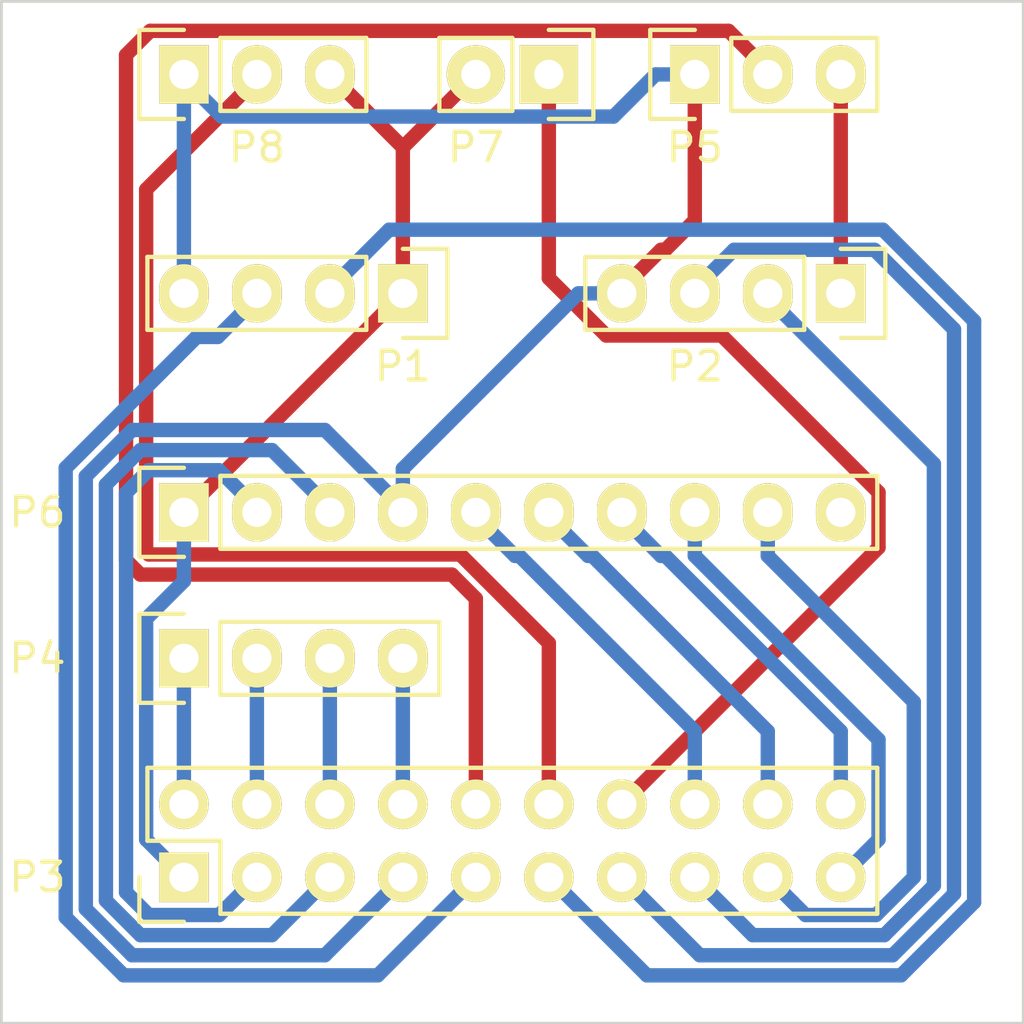
<source format=kicad_pcb>
(kicad_pcb (version 4) (host pcbnew "(2015-08-05 BZR 6055, Git fa29c62)-product")

  (general
    (links 29)
    (no_connects 1)
    (area 157.429999 105.359999 193.374524 141.020001)
    (thickness 1.6)
    (drawings 4)
    (tracks 136)
    (zones 0)
    (modules 8)
    (nets 22)
  )

  (page A4)
  (layers
    (0 F.Cu signal)
    (31 B.Cu signal)
    (32 B.Adhes user)
    (33 F.Adhes user)
    (34 B.Paste user)
    (35 F.Paste user)
    (36 B.SilkS user)
    (37 F.SilkS user)
    (38 B.Mask user)
    (39 F.Mask user)
    (40 Dwgs.User user)
    (41 Cmts.User user)
    (42 Eco1.User user)
    (43 Eco2.User user)
    (44 Edge.Cuts user)
    (45 Margin user)
    (46 B.CrtYd user)
    (47 F.CrtYd user)
    (48 B.Fab user)
    (49 F.Fab user)
  )

  (setup
    (last_trace_width 0.5)
    (trace_clearance 0.2)
    (zone_clearance 0.508)
    (zone_45_only no)
    (trace_min 0.2)
    (segment_width 0.2)
    (edge_width 0.1)
    (via_size 0.6)
    (via_drill 0.4)
    (via_min_size 0.4)
    (via_min_drill 0.3)
    (uvia_size 0.3)
    (uvia_drill 0.1)
    (uvias_allowed no)
    (uvia_min_size 0.2)
    (uvia_min_drill 0.1)
    (pcb_text_width 0.3)
    (pcb_text_size 1.5 1.5)
    (mod_edge_width 0.15)
    (mod_text_size 1 1)
    (mod_text_width 0.15)
    (pad_size 1.5 1.5)
    (pad_drill 0.6)
    (pad_to_mask_clearance 0)
    (aux_axis_origin 0 0)
    (visible_elements 7FFFFFFF)
    (pcbplotparams
      (layerselection 0x000c0_00000000)
      (usegerberextensions false)
      (excludeedgelayer true)
      (linewidth 0.100000)
      (plotframeref false)
      (viasonmask false)
      (mode 1)
      (useauxorigin false)
      (hpglpennumber 1)
      (hpglpenspeed 20)
      (hpglpendiameter 15)
      (hpglpenoverlay 2)
      (psnegative false)
      (psa4output false)
      (plotreference true)
      (plotvalue true)
      (plotinvisibletext false)
      (padsonsilk false)
      (subtractmaskfromsilk false)
      (outputformat 1)
      (mirror false)
      (drillshape 0)
      (scaleselection 1)
      (outputdirectory Gerber))
  )

  (net 0 "")
  (net 1 GND)
  (net 2 "Net-(P1-Pad2)")
  (net 3 "Net-(P1-Pad3)")
  (net 4 +5V)
  (net 5 "Net-(P2-Pad2)")
  (net 6 "Net-(P2-Pad3)")
  (net 7 "Net-(P3-Pad2)")
  (net 8 VCC)
  (net 9 "Net-(P3-Pad4)")
  (net 10 "Net-(P3-Pad6)")
  (net 11 +3V3)
  (net 12 "Net-(P3-Pad8)")
  (net 13 "Net-(P3-Pad10)")
  (net 14 "Net-(P3-Pad12)")
  (net 15 "Net-(P3-Pad14)")
  (net 16 "Net-(P3-Pad16)")
  (net 17 "Net-(P3-Pad17)")
  (net 18 "Net-(P3-Pad18)")
  (net 19 "Net-(P3-Pad19)")
  (net 20 "Net-(P3-Pad20)")
  (net 21 "Net-(P6-Pad10)")

  (net_class Default "Dies ist die voreingestellte Netzklasse."
    (clearance 0.2)
    (trace_width 0.5)
    (via_dia 0.6)
    (via_drill 0.4)
    (uvia_dia 0.3)
    (uvia_drill 0.1)
    (add_net +3V3)
    (add_net +5V)
    (add_net GND)
    (add_net "Net-(P1-Pad2)")
    (add_net "Net-(P1-Pad3)")
    (add_net "Net-(P2-Pad2)")
    (add_net "Net-(P2-Pad3)")
    (add_net "Net-(P3-Pad10)")
    (add_net "Net-(P3-Pad12)")
    (add_net "Net-(P3-Pad14)")
    (add_net "Net-(P3-Pad16)")
    (add_net "Net-(P3-Pad17)")
    (add_net "Net-(P3-Pad18)")
    (add_net "Net-(P3-Pad19)")
    (add_net "Net-(P3-Pad2)")
    (add_net "Net-(P3-Pad20)")
    (add_net "Net-(P3-Pad4)")
    (add_net "Net-(P3-Pad6)")
    (add_net "Net-(P3-Pad8)")
    (add_net "Net-(P6-Pad10)")
    (add_net VCC)
  )

  (module Pin_Headers:Pin_Header_Straight_1x04 (layer F.Cu) (tedit 0) (tstamp 55CF77BF)
    (at 171.45 115.57 270)
    (descr "Through hole pin header")
    (tags "pin header")
    (path /55CF74B8)
    (fp_text reference P1 (at 2.54 0 360) (layer F.SilkS)
      (effects (font (size 1 1) (thickness 0.15)))
    )
    (fp_text value US_FRONT (at 0 -3.1 270) (layer F.Fab)
      (effects (font (size 1 1) (thickness 0.15)))
    )
    (fp_line (start -1.75 -1.75) (end -1.75 9.4) (layer F.CrtYd) (width 0.05))
    (fp_line (start 1.75 -1.75) (end 1.75 9.4) (layer F.CrtYd) (width 0.05))
    (fp_line (start -1.75 -1.75) (end 1.75 -1.75) (layer F.CrtYd) (width 0.05))
    (fp_line (start -1.75 9.4) (end 1.75 9.4) (layer F.CrtYd) (width 0.05))
    (fp_line (start -1.27 1.27) (end -1.27 8.89) (layer F.SilkS) (width 0.15))
    (fp_line (start 1.27 1.27) (end 1.27 8.89) (layer F.SilkS) (width 0.15))
    (fp_line (start 1.55 -1.55) (end 1.55 0) (layer F.SilkS) (width 0.15))
    (fp_line (start -1.27 8.89) (end 1.27 8.89) (layer F.SilkS) (width 0.15))
    (fp_line (start 1.27 1.27) (end -1.27 1.27) (layer F.SilkS) (width 0.15))
    (fp_line (start -1.55 0) (end -1.55 -1.55) (layer F.SilkS) (width 0.15))
    (fp_line (start -1.55 -1.55) (end 1.55 -1.55) (layer F.SilkS) (width 0.15))
    (pad 1 thru_hole rect (at 0 0 270) (size 2.032 1.7272) (drill 1.016) (layers *.Cu *.Mask F.SilkS)
      (net 1 GND))
    (pad 2 thru_hole oval (at 0 2.54 270) (size 2.032 1.7272) (drill 1.016) (layers *.Cu *.Mask F.SilkS)
      (net 2 "Net-(P1-Pad2)"))
    (pad 3 thru_hole oval (at 0 5.08 270) (size 2.032 1.7272) (drill 1.016) (layers *.Cu *.Mask F.SilkS)
      (net 3 "Net-(P1-Pad3)"))
    (pad 4 thru_hole oval (at 0 7.62 270) (size 2.032 1.7272) (drill 1.016) (layers *.Cu *.Mask F.SilkS)
      (net 4 +5V))
    (model Pin_Headers.3dshapes/Pin_Header_Straight_1x04.wrl
      (at (xyz 0 -0.15 0))
      (scale (xyz 1 1 1))
      (rotate (xyz 0 0 90))
    )
  )

  (module Pin_Headers:Pin_Header_Straight_1x04 (layer F.Cu) (tedit 0) (tstamp 55CF77C7)
    (at 186.69 115.57 270)
    (descr "Through hole pin header")
    (tags "pin header")
    (path /55CF7527)
    (fp_text reference P2 (at 2.54 5.08 360) (layer F.SilkS)
      (effects (font (size 1 1) (thickness 0.15)))
    )
    (fp_text value US_BACK (at 0 -3.1 270) (layer F.Fab)
      (effects (font (size 1 1) (thickness 0.15)))
    )
    (fp_line (start -1.75 -1.75) (end -1.75 9.4) (layer F.CrtYd) (width 0.05))
    (fp_line (start 1.75 -1.75) (end 1.75 9.4) (layer F.CrtYd) (width 0.05))
    (fp_line (start -1.75 -1.75) (end 1.75 -1.75) (layer F.CrtYd) (width 0.05))
    (fp_line (start -1.75 9.4) (end 1.75 9.4) (layer F.CrtYd) (width 0.05))
    (fp_line (start -1.27 1.27) (end -1.27 8.89) (layer F.SilkS) (width 0.15))
    (fp_line (start 1.27 1.27) (end 1.27 8.89) (layer F.SilkS) (width 0.15))
    (fp_line (start 1.55 -1.55) (end 1.55 0) (layer F.SilkS) (width 0.15))
    (fp_line (start -1.27 8.89) (end 1.27 8.89) (layer F.SilkS) (width 0.15))
    (fp_line (start 1.27 1.27) (end -1.27 1.27) (layer F.SilkS) (width 0.15))
    (fp_line (start -1.55 0) (end -1.55 -1.55) (layer F.SilkS) (width 0.15))
    (fp_line (start -1.55 -1.55) (end 1.55 -1.55) (layer F.SilkS) (width 0.15))
    (pad 1 thru_hole rect (at 0 0 270) (size 2.032 1.7272) (drill 1.016) (layers *.Cu *.Mask F.SilkS)
      (net 1 GND))
    (pad 2 thru_hole oval (at 0 2.54 270) (size 2.032 1.7272) (drill 1.016) (layers *.Cu *.Mask F.SilkS)
      (net 5 "Net-(P2-Pad2)"))
    (pad 3 thru_hole oval (at 0 5.08 270) (size 2.032 1.7272) (drill 1.016) (layers *.Cu *.Mask F.SilkS)
      (net 6 "Net-(P2-Pad3)"))
    (pad 4 thru_hole oval (at 0 7.62 270) (size 2.032 1.7272) (drill 1.016) (layers *.Cu *.Mask F.SilkS)
      (net 4 +5V))
    (model Pin_Headers.3dshapes/Pin_Header_Straight_1x04.wrl
      (at (xyz 0 -0.15 0))
      (scale (xyz 1 1 1))
      (rotate (xyz 0 0 90))
    )
  )

  (module Pin_Headers:Pin_Header_Straight_2x10 (layer F.Cu) (tedit 0) (tstamp 55CF77DF)
    (at 163.83 135.89 90)
    (descr "Through hole pin header")
    (tags "pin header")
    (path /55CF73AE)
    (fp_text reference P3 (at 0 -5.1 180) (layer F.SilkS)
      (effects (font (size 1 1) (thickness 0.15)))
    )
    (fp_text value CONN (at 0 -3.1 90) (layer F.Fab)
      (effects (font (size 1 1) (thickness 0.15)))
    )
    (fp_line (start -1.75 -1.75) (end -1.75 24.65) (layer F.CrtYd) (width 0.05))
    (fp_line (start 4.3 -1.75) (end 4.3 24.65) (layer F.CrtYd) (width 0.05))
    (fp_line (start -1.75 -1.75) (end 4.3 -1.75) (layer F.CrtYd) (width 0.05))
    (fp_line (start -1.75 24.65) (end 4.3 24.65) (layer F.CrtYd) (width 0.05))
    (fp_line (start 3.81 24.13) (end 3.81 -1.27) (layer F.SilkS) (width 0.15))
    (fp_line (start -1.27 1.27) (end -1.27 24.13) (layer F.SilkS) (width 0.15))
    (fp_line (start 3.81 24.13) (end -1.27 24.13) (layer F.SilkS) (width 0.15))
    (fp_line (start 3.81 -1.27) (end 1.27 -1.27) (layer F.SilkS) (width 0.15))
    (fp_line (start 0 -1.55) (end -1.55 -1.55) (layer F.SilkS) (width 0.15))
    (fp_line (start 1.27 -1.27) (end 1.27 1.27) (layer F.SilkS) (width 0.15))
    (fp_line (start 1.27 1.27) (end -1.27 1.27) (layer F.SilkS) (width 0.15))
    (fp_line (start -1.55 -1.55) (end -1.55 0) (layer F.SilkS) (width 0.15))
    (pad 1 thru_hole rect (at 0 0 90) (size 1.7272 1.7272) (drill 1.016) (layers *.Cu *.Mask F.SilkS)
      (net 1 GND))
    (pad 2 thru_hole oval (at 2.54 0 90) (size 1.7272 1.7272) (drill 1.016) (layers *.Cu *.Mask F.SilkS)
      (net 7 "Net-(P3-Pad2)"))
    (pad 3 thru_hole oval (at 0 2.54 90) (size 1.7272 1.7272) (drill 1.016) (layers *.Cu *.Mask F.SilkS)
      (net 8 VCC))
    (pad 4 thru_hole oval (at 2.54 2.54 90) (size 1.7272 1.7272) (drill 1.016) (layers *.Cu *.Mask F.SilkS)
      (net 9 "Net-(P3-Pad4)"))
    (pad 5 thru_hole oval (at 0 5.08 90) (size 1.7272 1.7272) (drill 1.016) (layers *.Cu *.Mask F.SilkS)
      (net 11 +3V3))
    (pad 6 thru_hole oval (at 2.54 5.08 90) (size 1.7272 1.7272) (drill 1.016) (layers *.Cu *.Mask F.SilkS)
      (net 10 "Net-(P3-Pad6)"))
    (pad 7 thru_hole oval (at 0 7.62 90) (size 1.7272 1.7272) (drill 1.016) (layers *.Cu *.Mask F.SilkS)
      (net 4 +5V))
    (pad 8 thru_hole oval (at 2.54 7.62 90) (size 1.7272 1.7272) (drill 1.016) (layers *.Cu *.Mask F.SilkS)
      (net 12 "Net-(P3-Pad8)"))
    (pad 9 thru_hole oval (at 0 10.16 90) (size 1.7272 1.7272) (drill 1.016) (layers *.Cu *.Mask F.SilkS)
      (net 3 "Net-(P1-Pad3)"))
    (pad 10 thru_hole oval (at 2.54 10.16 90) (size 1.7272 1.7272) (drill 1.016) (layers *.Cu *.Mask F.SilkS)
      (net 13 "Net-(P3-Pad10)"))
    (pad 11 thru_hole oval (at 0 12.7 90) (size 1.7272 1.7272) (drill 1.016) (layers *.Cu *.Mask F.SilkS)
      (net 2 "Net-(P1-Pad2)"))
    (pad 12 thru_hole oval (at 2.54 12.7 90) (size 1.7272 1.7272) (drill 1.016) (layers *.Cu *.Mask F.SilkS)
      (net 14 "Net-(P3-Pad12)"))
    (pad 13 thru_hole oval (at 0 15.24 90) (size 1.7272 1.7272) (drill 1.016) (layers *.Cu *.Mask F.SilkS)
      (net 6 "Net-(P2-Pad3)"))
    (pad 14 thru_hole oval (at 2.54 15.24 90) (size 1.7272 1.7272) (drill 1.016) (layers *.Cu *.Mask F.SilkS)
      (net 15 "Net-(P3-Pad14)"))
    (pad 15 thru_hole oval (at 0 17.78 90) (size 1.7272 1.7272) (drill 1.016) (layers *.Cu *.Mask F.SilkS)
      (net 5 "Net-(P2-Pad2)"))
    (pad 16 thru_hole oval (at 2.54 17.78 90) (size 1.7272 1.7272) (drill 1.016) (layers *.Cu *.Mask F.SilkS)
      (net 16 "Net-(P3-Pad16)"))
    (pad 17 thru_hole oval (at 0 20.32 90) (size 1.7272 1.7272) (drill 1.016) (layers *.Cu *.Mask F.SilkS)
      (net 17 "Net-(P3-Pad17)"))
    (pad 18 thru_hole oval (at 2.54 20.32 90) (size 1.7272 1.7272) (drill 1.016) (layers *.Cu *.Mask F.SilkS)
      (net 18 "Net-(P3-Pad18)"))
    (pad 19 thru_hole oval (at 0 22.86 90) (size 1.7272 1.7272) (drill 1.016) (layers *.Cu *.Mask F.SilkS)
      (net 19 "Net-(P3-Pad19)"))
    (pad 20 thru_hole oval (at 2.54 22.86 90) (size 1.7272 1.7272) (drill 1.016) (layers *.Cu *.Mask F.SilkS)
      (net 20 "Net-(P3-Pad20)"))
    (model Pin_Headers.3dshapes/Pin_Header_Straight_2x10.wrl
      (at (xyz 0.05 -0.45 0))
      (scale (xyz 1 1 1))
      (rotate (xyz 0 0 90))
    )
  )

  (module Pin_Headers:Pin_Header_Straight_1x04 (layer F.Cu) (tedit 0) (tstamp 55CF77E7)
    (at 163.83 128.27 90)
    (descr "Through hole pin header")
    (tags "pin header")
    (path /55CF7457)
    (fp_text reference P4 (at 0 -5.1 180) (layer F.SilkS)
      (effects (font (size 1 1) (thickness 0.15)))
    )
    (fp_text value MOTORS (at -1.27 -3.1 90) (layer F.Fab)
      (effects (font (size 1 1) (thickness 0.15)))
    )
    (fp_line (start -1.75 -1.75) (end -1.75 9.4) (layer F.CrtYd) (width 0.05))
    (fp_line (start 1.75 -1.75) (end 1.75 9.4) (layer F.CrtYd) (width 0.05))
    (fp_line (start -1.75 -1.75) (end 1.75 -1.75) (layer F.CrtYd) (width 0.05))
    (fp_line (start -1.75 9.4) (end 1.75 9.4) (layer F.CrtYd) (width 0.05))
    (fp_line (start -1.27 1.27) (end -1.27 8.89) (layer F.SilkS) (width 0.15))
    (fp_line (start 1.27 1.27) (end 1.27 8.89) (layer F.SilkS) (width 0.15))
    (fp_line (start 1.55 -1.55) (end 1.55 0) (layer F.SilkS) (width 0.15))
    (fp_line (start -1.27 8.89) (end 1.27 8.89) (layer F.SilkS) (width 0.15))
    (fp_line (start 1.27 1.27) (end -1.27 1.27) (layer F.SilkS) (width 0.15))
    (fp_line (start -1.55 0) (end -1.55 -1.55) (layer F.SilkS) (width 0.15))
    (fp_line (start -1.55 -1.55) (end 1.55 -1.55) (layer F.SilkS) (width 0.15))
    (pad 1 thru_hole rect (at 0 0 90) (size 2.032 1.7272) (drill 1.016) (layers *.Cu *.Mask F.SilkS)
      (net 7 "Net-(P3-Pad2)"))
    (pad 2 thru_hole oval (at 0 2.54 90) (size 2.032 1.7272) (drill 1.016) (layers *.Cu *.Mask F.SilkS)
      (net 9 "Net-(P3-Pad4)"))
    (pad 3 thru_hole oval (at 0 5.08 90) (size 2.032 1.7272) (drill 1.016) (layers *.Cu *.Mask F.SilkS)
      (net 10 "Net-(P3-Pad6)"))
    (pad 4 thru_hole oval (at 0 7.62 90) (size 2.032 1.7272) (drill 1.016) (layers *.Cu *.Mask F.SilkS)
      (net 12 "Net-(P3-Pad8)"))
    (model Pin_Headers.3dshapes/Pin_Header_Straight_1x04.wrl
      (at (xyz 0 -0.15 0))
      (scale (xyz 1 1 1))
      (rotate (xyz 0 0 90))
    )
  )

  (module Pin_Headers:Pin_Header_Straight_1x03 (layer F.Cu) (tedit 0) (tstamp 55CF77EE)
    (at 181.61 107.95 90)
    (descr "Through hole pin header")
    (tags "pin header")
    (path /55CF759A)
    (fp_text reference P5 (at -2.54 0 180) (layer F.SilkS)
      (effects (font (size 1 1) (thickness 0.15)))
    )
    (fp_text value SERVO (at 0 -3.1 90) (layer F.Fab)
      (effects (font (size 1 1) (thickness 0.15)))
    )
    (fp_line (start -1.75 -1.75) (end -1.75 6.85) (layer F.CrtYd) (width 0.05))
    (fp_line (start 1.75 -1.75) (end 1.75 6.85) (layer F.CrtYd) (width 0.05))
    (fp_line (start -1.75 -1.75) (end 1.75 -1.75) (layer F.CrtYd) (width 0.05))
    (fp_line (start -1.75 6.85) (end 1.75 6.85) (layer F.CrtYd) (width 0.05))
    (fp_line (start -1.27 1.27) (end -1.27 6.35) (layer F.SilkS) (width 0.15))
    (fp_line (start -1.27 6.35) (end 1.27 6.35) (layer F.SilkS) (width 0.15))
    (fp_line (start 1.27 6.35) (end 1.27 1.27) (layer F.SilkS) (width 0.15))
    (fp_line (start 1.55 -1.55) (end 1.55 0) (layer F.SilkS) (width 0.15))
    (fp_line (start 1.27 1.27) (end -1.27 1.27) (layer F.SilkS) (width 0.15))
    (fp_line (start -1.55 0) (end -1.55 -1.55) (layer F.SilkS) (width 0.15))
    (fp_line (start -1.55 -1.55) (end 1.55 -1.55) (layer F.SilkS) (width 0.15))
    (pad 1 thru_hole rect (at 0 0 90) (size 2.032 1.7272) (drill 1.016) (layers *.Cu *.Mask F.SilkS)
      (net 4 +5V))
    (pad 2 thru_hole oval (at 0 2.54 90) (size 2.032 1.7272) (drill 1.016) (layers *.Cu *.Mask F.SilkS)
      (net 13 "Net-(P3-Pad10)"))
    (pad 3 thru_hole oval (at 0 5.08 90) (size 2.032 1.7272) (drill 1.016) (layers *.Cu *.Mask F.SilkS)
      (net 1 GND))
    (model Pin_Headers.3dshapes/Pin_Header_Straight_1x03.wrl
      (at (xyz 0 -0.1 0))
      (scale (xyz 1 1 1))
      (rotate (xyz 0 0 90))
    )
  )

  (module Pin_Headers:Pin_Header_Straight_1x10 (layer F.Cu) (tedit 0) (tstamp 55CF77FC)
    (at 163.83 123.19 90)
    (descr "Through hole pin header")
    (tags "pin header")
    (path /55CF7605)
    (fp_text reference P6 (at 0 -5.1 180) (layer F.SilkS)
      (effects (font (size 1 1) (thickness 0.15)))
    )
    (fp_text value MISC (at 0 -3.1 90) (layer F.Fab)
      (effects (font (size 1 1) (thickness 0.15)))
    )
    (fp_line (start -1.75 -1.75) (end -1.75 24.65) (layer F.CrtYd) (width 0.05))
    (fp_line (start 1.75 -1.75) (end 1.75 24.65) (layer F.CrtYd) (width 0.05))
    (fp_line (start -1.75 -1.75) (end 1.75 -1.75) (layer F.CrtYd) (width 0.05))
    (fp_line (start -1.75 24.65) (end 1.75 24.65) (layer F.CrtYd) (width 0.05))
    (fp_line (start 1.27 1.27) (end 1.27 24.13) (layer F.SilkS) (width 0.15))
    (fp_line (start 1.27 24.13) (end -1.27 24.13) (layer F.SilkS) (width 0.15))
    (fp_line (start -1.27 24.13) (end -1.27 1.27) (layer F.SilkS) (width 0.15))
    (fp_line (start 1.55 -1.55) (end 1.55 0) (layer F.SilkS) (width 0.15))
    (fp_line (start 1.27 1.27) (end -1.27 1.27) (layer F.SilkS) (width 0.15))
    (fp_line (start -1.55 0) (end -1.55 -1.55) (layer F.SilkS) (width 0.15))
    (fp_line (start -1.55 -1.55) (end 1.55 -1.55) (layer F.SilkS) (width 0.15))
    (pad 1 thru_hole rect (at 0 0 90) (size 2.032 1.7272) (drill 1.016) (layers *.Cu *.Mask F.SilkS)
      (net 1 GND))
    (pad 2 thru_hole oval (at 0 2.54 90) (size 2.032 1.7272) (drill 1.016) (layers *.Cu *.Mask F.SilkS)
      (net 8 VCC))
    (pad 3 thru_hole oval (at 0 5.08 90) (size 2.032 1.7272) (drill 1.016) (layers *.Cu *.Mask F.SilkS)
      (net 11 +3V3))
    (pad 4 thru_hole oval (at 0 7.62 90) (size 2.032 1.7272) (drill 1.016) (layers *.Cu *.Mask F.SilkS)
      (net 4 +5V))
    (pad 5 thru_hole oval (at 0 10.16 90) (size 2.032 1.7272) (drill 1.016) (layers *.Cu *.Mask F.SilkS)
      (net 16 "Net-(P3-Pad16)"))
    (pad 6 thru_hole oval (at 0 12.7 90) (size 2.032 1.7272) (drill 1.016) (layers *.Cu *.Mask F.SilkS)
      (net 18 "Net-(P3-Pad18)"))
    (pad 7 thru_hole oval (at 0 15.24 90) (size 2.032 1.7272) (drill 1.016) (layers *.Cu *.Mask F.SilkS)
      (net 20 "Net-(P3-Pad20)"))
    (pad 8 thru_hole oval (at 0 17.78 90) (size 2.032 1.7272) (drill 1.016) (layers *.Cu *.Mask F.SilkS)
      (net 19 "Net-(P3-Pad19)"))
    (pad 9 thru_hole oval (at 0 20.32 90) (size 2.032 1.7272) (drill 1.016) (layers *.Cu *.Mask F.SilkS)
      (net 17 "Net-(P3-Pad17)"))
    (pad 10 thru_hole oval (at 0 22.86 90) (size 2.032 1.7272) (drill 1.016) (layers *.Cu *.Mask F.SilkS)
      (net 21 "Net-(P6-Pad10)"))
    (model Pin_Headers.3dshapes/Pin_Header_Straight_1x10.wrl
      (at (xyz 0 -0.45 0))
      (scale (xyz 1 1 1))
      (rotate (xyz 0 0 90))
    )
  )

  (module Pin_Headers:Pin_Header_Straight_1x02 (layer F.Cu) (tedit 54EA090C) (tstamp 55D089DC)
    (at 176.53 107.95 270)
    (descr "Through hole pin header")
    (tags "pin header")
    (path /55D08CFD)
    (fp_text reference P7 (at 2.54 2.54 360) (layer F.SilkS)
      (effects (font (size 1 1) (thickness 0.15)))
    )
    (fp_text value BEEP (at 0 -12.7 270) (layer F.Fab)
      (effects (font (size 1 1) (thickness 0.15)))
    )
    (fp_line (start 1.27 1.27) (end 1.27 3.81) (layer F.SilkS) (width 0.15))
    (fp_line (start 1.55 -1.55) (end 1.55 0) (layer F.SilkS) (width 0.15))
    (fp_line (start -1.75 -1.75) (end -1.75 4.3) (layer F.CrtYd) (width 0.05))
    (fp_line (start 1.75 -1.75) (end 1.75 4.3) (layer F.CrtYd) (width 0.05))
    (fp_line (start -1.75 -1.75) (end 1.75 -1.75) (layer F.CrtYd) (width 0.05))
    (fp_line (start -1.75 4.3) (end 1.75 4.3) (layer F.CrtYd) (width 0.05))
    (fp_line (start 1.27 1.27) (end -1.27 1.27) (layer F.SilkS) (width 0.15))
    (fp_line (start -1.55 0) (end -1.55 -1.55) (layer F.SilkS) (width 0.15))
    (fp_line (start -1.55 -1.55) (end 1.55 -1.55) (layer F.SilkS) (width 0.15))
    (fp_line (start -1.27 1.27) (end -1.27 3.81) (layer F.SilkS) (width 0.15))
    (fp_line (start -1.27 3.81) (end 1.27 3.81) (layer F.SilkS) (width 0.15))
    (pad 1 thru_hole rect (at 0 0 270) (size 2.032 2.032) (drill 1.016) (layers *.Cu *.Mask F.SilkS)
      (net 15 "Net-(P3-Pad14)"))
    (pad 2 thru_hole oval (at 0 2.54 270) (size 2.032 2.032) (drill 1.016) (layers *.Cu *.Mask F.SilkS)
      (net 1 GND))
    (model Pin_Headers.3dshapes/Pin_Header_Straight_1x02.wrl
      (at (xyz 0 -0.05 0))
      (scale (xyz 1 1 1))
      (rotate (xyz 0 0 90))
    )
  )

  (module Pin_Headers:Pin_Header_Straight_1x03 (layer F.Cu) (tedit 0) (tstamp 55D089E3)
    (at 163.83 107.95 90)
    (descr "Through hole pin header")
    (tags "pin header")
    (path /55D08A17)
    (fp_text reference P8 (at -2.54 2.54 180) (layer F.SilkS)
      (effects (font (size 1 1) (thickness 0.15)))
    )
    (fp_text value LIGHT (at 0 -3.1 90) (layer F.Fab)
      (effects (font (size 1 1) (thickness 0.15)))
    )
    (fp_line (start -1.75 -1.75) (end -1.75 6.85) (layer F.CrtYd) (width 0.05))
    (fp_line (start 1.75 -1.75) (end 1.75 6.85) (layer F.CrtYd) (width 0.05))
    (fp_line (start -1.75 -1.75) (end 1.75 -1.75) (layer F.CrtYd) (width 0.05))
    (fp_line (start -1.75 6.85) (end 1.75 6.85) (layer F.CrtYd) (width 0.05))
    (fp_line (start -1.27 1.27) (end -1.27 6.35) (layer F.SilkS) (width 0.15))
    (fp_line (start -1.27 6.35) (end 1.27 6.35) (layer F.SilkS) (width 0.15))
    (fp_line (start 1.27 6.35) (end 1.27 1.27) (layer F.SilkS) (width 0.15))
    (fp_line (start 1.55 -1.55) (end 1.55 0) (layer F.SilkS) (width 0.15))
    (fp_line (start 1.27 1.27) (end -1.27 1.27) (layer F.SilkS) (width 0.15))
    (fp_line (start -1.55 0) (end -1.55 -1.55) (layer F.SilkS) (width 0.15))
    (fp_line (start -1.55 -1.55) (end 1.55 -1.55) (layer F.SilkS) (width 0.15))
    (pad 1 thru_hole rect (at 0 0 90) (size 2.032 1.7272) (drill 1.016) (layers *.Cu *.Mask F.SilkS)
      (net 4 +5V))
    (pad 2 thru_hole oval (at 0 2.54 90) (size 2.032 1.7272) (drill 1.016) (layers *.Cu *.Mask F.SilkS)
      (net 14 "Net-(P3-Pad12)"))
    (pad 3 thru_hole oval (at 0 5.08 90) (size 2.032 1.7272) (drill 1.016) (layers *.Cu *.Mask F.SilkS)
      (net 1 GND))
    (model Pin_Headers.3dshapes/Pin_Header_Straight_1x03.wrl
      (at (xyz 0 -0.1 0))
      (scale (xyz 1 1 1))
      (rotate (xyz 0 0 90))
    )
  )

  (gr_line (start 157.48 140.97) (end 193.04 140.97) (angle 90) (layer Edge.Cuts) (width 0.1))
  (gr_line (start 157.48 105.41) (end 157.48 140.97) (angle 90) (layer Edge.Cuts) (width 0.1))
  (gr_line (start 193.04 105.41) (end 157.48 105.41) (angle 90) (layer Edge.Cuts) (width 0.1))
  (gr_line (start 193.04 140.97) (end 193.04 105.41) (angle 90) (layer Edge.Cuts) (width 0.1))

  (segment (start 186.69 115.57) (end 186.69 107.95) (width 0.5) (layer F.Cu) (net 1))
  (segment (start 171.45 115.57) (end 171.45 110.49) (width 0.5) (layer F.Cu) (net 1))
  (segment (start 171.45 110.49) (end 173.99 107.95) (width 0.5) (layer F.Cu) (net 1))
  (segment (start 171.45 110.49) (end 168.91 107.95) (width 0.5) (layer F.Cu) (net 1))
  (segment (start 163.83 123.19) (end 171.45 115.57) (width 0.5) (layer F.Cu) (net 1))
  (segment (start 163.83 123.19) (end 163.83 125.580398) (width 0.5) (layer B.Cu) (net 1))
  (segment (start 163.83 125.580398) (end 162.516399 126.893999) (width 0.5) (layer B.Cu) (net 1))
  (segment (start 162.516399 126.893999) (end 162.516399 134.576399) (width 0.5) (layer B.Cu) (net 1))
  (segment (start 162.516399 134.576399) (end 163.83 135.89) (width 0.5) (layer B.Cu) (net 1))
  (segment (start 176.53 135.89) (end 179.943631 139.303631) (width 0.5) (layer B.Cu) (net 2))
  (segment (start 179.943631 139.303631) (end 188.786258 139.303631) (width 0.5) (layer B.Cu) (net 2))
  (segment (start 188.786258 139.303631) (end 191.33003 136.759859) (width 0.5) (layer B.Cu) (net 2))
  (segment (start 188.153555 113.35399) (end 170.97361 113.35399) (width 0.5) (layer B.Cu) (net 2))
  (segment (start 191.33003 136.759859) (end 191.33003 116.530465) (width 0.5) (layer B.Cu) (net 2))
  (segment (start 191.33003 116.530465) (end 188.153555 113.35399) (width 0.5) (layer B.Cu) (net 2))
  (segment (start 170.97361 113.35399) (end 168.91 115.4176) (width 0.5) (layer B.Cu) (net 2))
  (segment (start 168.91 115.4176) (end 168.91 115.57) (width 0.5) (layer B.Cu) (net 2))
  (segment (start 173.99 135.89) (end 170.576369 139.303631) (width 0.5) (layer B.Cu) (net 3))
  (segment (start 170.576369 139.303631) (end 161.73654 139.303631) (width 0.5) (layer B.Cu) (net 3))
  (segment (start 161.73654 139.303631) (end 159.716359 137.28345) (width 0.5) (layer B.Cu) (net 3))
  (segment (start 164.274509 117.086) (end 165.0064 117.086) (width 0.5) (layer B.Cu) (net 3))
  (segment (start 159.716359 137.28345) (end 159.716359 121.64415) (width 0.5) (layer B.Cu) (net 3))
  (segment (start 159.716359 121.64415) (end 164.274509 117.086) (width 0.5) (layer B.Cu) (net 3))
  (segment (start 166.37 115.7224) (end 166.37 115.57) (width 0.5) (layer B.Cu) (net 3))
  (segment (start 165.0064 117.086) (end 166.37 115.7224) (width 0.5) (layer B.Cu) (net 3))
  (segment (start 171.45 123.19) (end 171.45 121.674) (width 0.5) (layer B.Cu) (net 4))
  (segment (start 171.45 121.674) (end 177.554 115.57) (width 0.5) (layer B.Cu) (net 4))
  (segment (start 177.554 115.57) (end 177.7064 115.57) (width 0.5) (layer B.Cu) (net 4))
  (segment (start 177.7064 115.57) (end 179.07 115.57) (width 0.5) (layer B.Cu) (net 4))
  (segment (start 163.83 107.95) (end 163.83 108.1024) (width 0.5) (layer B.Cu) (net 4))
  (segment (start 163.83 108.1024) (end 165.143601 109.416001) (width 0.5) (layer B.Cu) (net 4))
  (segment (start 165.143601 109.416001) (end 178.780399 109.416001) (width 0.5) (layer B.Cu) (net 4))
  (segment (start 178.780399 109.416001) (end 180.2464 107.95) (width 0.5) (layer B.Cu) (net 4))
  (segment (start 180.2464 107.95) (end 181.61 107.95) (width 0.5) (layer B.Cu) (net 4))
  (segment (start 163.83 107.95) (end 163.83 115.57) (width 0.5) (layer B.Cu) (net 4))
  (segment (start 181.61 107.95) (end 181.61 113.03) (width 0.5) (layer F.Cu) (net 4))
  (segment (start 181.61 113.03) (end 180.586 114.054) (width 0.5) (layer F.Cu) (net 4))
  (segment (start 180.4336 114.054) (end 179.07 115.4176) (width 0.5) (layer F.Cu) (net 4))
  (segment (start 180.586 114.054) (end 180.4336 114.054) (width 0.5) (layer F.Cu) (net 4))
  (segment (start 179.07 115.4176) (end 179.07 115.57) (width 0.5) (layer F.Cu) (net 4))
  (segment (start 171.45 123.19) (end 171.45 123.0376) (width 0.5) (layer B.Cu) (net 4))
  (segment (start 171.45 123.0376) (end 168.736379 120.323979) (width 0.5) (layer B.Cu) (net 4))
  (segment (start 168.736379 120.323979) (end 162.026493 120.323979) (width 0.5) (layer B.Cu) (net 4))
  (segment (start 160.416369 136.993497) (end 162.026493 138.603621) (width 0.5) (layer B.Cu) (net 4))
  (segment (start 162.026493 120.323979) (end 160.416369 121.934103) (width 0.5) (layer B.Cu) (net 4))
  (segment (start 160.416369 121.934103) (end 160.416369 136.993497) (width 0.5) (layer B.Cu) (net 4))
  (segment (start 162.026493 138.603621) (end 168.736379 138.603621) (width 0.5) (layer B.Cu) (net 4))
  (segment (start 168.736379 138.603621) (end 170.586401 136.753599) (width 0.5) (layer B.Cu) (net 4))
  (segment (start 170.586401 136.753599) (end 171.45 135.89) (width 0.5) (layer B.Cu) (net 4))
  (segment (start 181.61 135.89) (end 183.623611 137.903611) (width 0.5) (layer B.Cu) (net 5))
  (segment (start 183.623611 137.903611) (end 188.206352 137.903611) (width 0.5) (layer B.Cu) (net 5))
  (segment (start 188.206352 137.903611) (end 189.93001 136.179953) (width 0.5) (layer B.Cu) (net 5))
  (segment (start 189.93001 121.50241) (end 184.15 115.7224) (width 0.5) (layer B.Cu) (net 5))
  (segment (start 189.93001 136.179953) (end 189.93001 121.50241) (width 0.5) (layer B.Cu) (net 5))
  (segment (start 184.15 115.7224) (end 184.15 115.57) (width 0.5) (layer B.Cu) (net 5))
  (segment (start 179.07 135.89) (end 181.783621 138.603621) (width 0.5) (layer B.Cu) (net 6))
  (segment (start 181.783621 138.603621) (end 188.496305 138.603621) (width 0.5) (layer B.Cu) (net 6))
  (segment (start 188.496305 138.603621) (end 190.63002 136.469906) (width 0.5) (layer B.Cu) (net 6))
  (segment (start 190.63002 136.469906) (end 190.63002 116.820418) (width 0.5) (layer B.Cu) (net 6))
  (segment (start 182.9736 114.054) (end 181.61 115.4176) (width 0.5) (layer B.Cu) (net 6))
  (segment (start 190.63002 116.820418) (end 187.863602 114.054) (width 0.5) (layer B.Cu) (net 6))
  (segment (start 181.61 115.4176) (end 181.61 115.57) (width 0.5) (layer B.Cu) (net 6))
  (segment (start 187.863602 114.054) (end 182.9736 114.054) (width 0.5) (layer B.Cu) (net 6))
  (segment (start 163.83 128.27) (end 163.83 133.35) (width 0.5) (layer B.Cu) (net 7))
  (segment (start 166.37 123.19) (end 166.37 123.040398) (width 0.5) (layer B.Cu) (net 8))
  (segment (start 166.37 123.040398) (end 165.053601 121.723999) (width 0.5) (layer B.Cu) (net 8))
  (segment (start 165.053601 121.723999) (end 162.606399 121.723999) (width 0.5) (layer B.Cu) (net 8))
  (segment (start 162.606399 121.723999) (end 161.816389 122.514009) (width 0.5) (layer B.Cu) (net 8))
  (segment (start 161.816389 122.514009) (end 161.816389 136.413591) (width 0.5) (layer B.Cu) (net 8))
  (segment (start 161.816389 136.413591) (end 162.606399 137.203601) (width 0.5) (layer B.Cu) (net 8))
  (segment (start 162.606399 137.203601) (end 165.056399 137.203601) (width 0.5) (layer B.Cu) (net 8))
  (segment (start 165.056399 137.203601) (end 165.506401 136.753599) (width 0.5) (layer B.Cu) (net 8))
  (segment (start 165.506401 136.753599) (end 166.37 135.89) (width 0.5) (layer B.Cu) (net 8))
  (segment (start 166.37 128.27) (end 166.37 133.35) (width 0.5) (layer B.Cu) (net 9))
  (segment (start 168.91 128.27) (end 168.91 133.35) (width 0.5) (layer B.Cu) (net 10))
  (segment (start 168.046401 136.753599) (end 168.91 135.89) (width 0.5) (layer B.Cu) (net 11))
  (segment (start 162.316446 137.903611) (end 166.896389 137.903611) (width 0.5) (layer B.Cu) (net 11))
  (segment (start 161.116379 136.703544) (end 162.316446 137.903611) (width 0.5) (layer B.Cu) (net 11))
  (segment (start 161.116379 122.224056) (end 161.116379 136.703544) (width 0.5) (layer B.Cu) (net 11))
  (segment (start 162.316446 121.023989) (end 161.116379 122.224056) (width 0.5) (layer B.Cu) (net 11))
  (segment (start 166.896389 121.023989) (end 162.316446 121.023989) (width 0.5) (layer B.Cu) (net 11))
  (segment (start 168.91 123.0376) (end 166.896389 121.023989) (width 0.5) (layer B.Cu) (net 11))
  (segment (start 166.896389 137.903611) (end 168.046401 136.753599) (width 0.5) (layer B.Cu) (net 11))
  (segment (start 168.91 123.19) (end 168.91 123.0376) (width 0.5) (layer B.Cu) (net 11))
  (segment (start 171.45 128.27) (end 171.45 133.35) (width 0.5) (layer B.Cu) (net 12))
  (segment (start 173.99 133.35) (end 173.99 126.190087) (width 0.5) (layer F.Cu) (net 13))
  (segment (start 173.99 126.190087) (end 173.155924 125.356011) (width 0.5) (layer F.Cu) (net 13))
  (segment (start 173.155924 125.356011) (end 162.316446 125.356011) (width 0.5) (layer F.Cu) (net 13))
  (segment (start 161.81638 107.274018) (end 162.656398 106.434) (width 0.5) (layer F.Cu) (net 13))
  (segment (start 184.15 107.7976) (end 184.15 107.95) (width 0.5) (layer F.Cu) (net 13))
  (segment (start 162.316446 125.356011) (end 161.81638 124.855945) (width 0.5) (layer F.Cu) (net 13))
  (segment (start 161.81638 124.855945) (end 161.81638 107.274018) (width 0.5) (layer F.Cu) (net 13))
  (segment (start 162.656398 106.434) (end 182.7864 106.434) (width 0.5) (layer F.Cu) (net 13))
  (segment (start 182.7864 106.434) (end 184.15 107.7976) (width 0.5) (layer F.Cu) (net 13))
  (segment (start 176.53 133.35) (end 176.53 127.740125) (width 0.5) (layer F.Cu) (net 14))
  (segment (start 176.53 127.740125) (end 173.445876 124.656001) (width 0.5) (layer F.Cu) (net 14))
  (segment (start 162.606399 124.656001) (end 162.51639 124.565992) (width 0.5) (layer F.Cu) (net 14))
  (segment (start 173.445876 124.656001) (end 162.606399 124.656001) (width 0.5) (layer F.Cu) (net 14))
  (segment (start 162.51639 124.565992) (end 162.51639 111.95601) (width 0.5) (layer F.Cu) (net 14))
  (segment (start 162.51639 111.95601) (end 166.37 108.1024) (width 0.5) (layer F.Cu) (net 14))
  (segment (start 166.37 108.1024) (end 166.37 107.95) (width 0.5) (layer F.Cu) (net 14))
  (segment (start 179.07 133.35) (end 188.00361 124.41639) (width 0.5) (layer F.Cu) (net 15))
  (segment (start 188.00361 124.41639) (end 188.00361 122.493485) (width 0.5) (layer F.Cu) (net 15))
  (segment (start 188.00361 122.493485) (end 182.546135 117.03601) (width 0.5) (layer F.Cu) (net 15))
  (segment (start 182.546135 117.03601) (end 178.525885 117.03601) (width 0.5) (layer F.Cu) (net 15))
  (segment (start 178.525885 117.03601) (end 176.53 115.040125) (width 0.5) (layer F.Cu) (net 15))
  (segment (start 176.53 109.466) (end 176.53 107.95) (width 0.5) (layer F.Cu) (net 15))
  (segment (start 176.53 115.040125) (end 176.53 109.466) (width 0.5) (layer F.Cu) (net 15))
  (segment (start 181.61 133.35) (end 181.61 130.81) (width 0.5) (layer B.Cu) (net 16))
  (segment (start 173.99 123.3424) (end 173.99 123.19) (width 0.5) (layer B.Cu) (net 16))
  (segment (start 181.61 130.81) (end 175.506 124.706) (width 0.5) (layer B.Cu) (net 16))
  (segment (start 175.506 124.706) (end 175.3536 124.706) (width 0.5) (layer B.Cu) (net 16))
  (segment (start 175.3536 124.706) (end 173.99 123.3424) (width 0.5) (layer B.Cu) (net 16))
  (segment (start 184.15 123.19) (end 184.15 124.706) (width 0.5) (layer B.Cu) (net 17))
  (segment (start 189.23 135.89) (end 187.916399 137.203601) (width 0.5) (layer B.Cu) (net 17))
  (segment (start 184.15 124.706) (end 189.23 129.786) (width 0.5) (layer B.Cu) (net 17))
  (segment (start 189.23 129.786) (end 189.23 135.89) (width 0.5) (layer B.Cu) (net 17))
  (segment (start 187.916399 137.203601) (end 185.463601 137.203601) (width 0.5) (layer B.Cu) (net 17))
  (segment (start 185.463601 137.203601) (end 185.013599 136.753599) (width 0.5) (layer B.Cu) (net 17))
  (segment (start 185.013599 136.753599) (end 184.15 135.89) (width 0.5) (layer B.Cu) (net 17))
  (segment (start 184.15 133.35) (end 184.15 130.81) (width 0.5) (layer B.Cu) (net 18))
  (segment (start 176.53 123.3424) (end 176.53 123.19) (width 0.5) (layer B.Cu) (net 18))
  (segment (start 184.15 130.81) (end 178.046 124.706) (width 0.5) (layer B.Cu) (net 18))
  (segment (start 178.046 124.706) (end 177.8936 124.706) (width 0.5) (layer B.Cu) (net 18))
  (segment (start 177.8936 124.706) (end 176.53 123.3424) (width 0.5) (layer B.Cu) (net 18))
  (segment (start 181.61 123.19) (end 181.61 124.706) (width 0.5) (layer B.Cu) (net 19))
  (segment (start 181.61 124.706) (end 188.003601 131.099601) (width 0.5) (layer B.Cu) (net 19))
  (segment (start 187.553599 135.026401) (end 186.69 135.89) (width 0.5) (layer B.Cu) (net 19))
  (segment (start 188.003601 131.099601) (end 188.003601 134.576399) (width 0.5) (layer B.Cu) (net 19))
  (segment (start 188.003601 134.576399) (end 187.553599 135.026401) (width 0.5) (layer B.Cu) (net 19))
  (segment (start 181.61 123.19) (end 181.61 123.0376) (width 0.5) (layer B.Cu) (net 19))
  (segment (start 186.69 133.35) (end 186.69 130.81) (width 0.5) (layer B.Cu) (net 20))
  (segment (start 186.69 130.81) (end 180.586 124.706) (width 0.5) (layer B.Cu) (net 20))
  (segment (start 180.586 124.706) (end 180.4336 124.706) (width 0.5) (layer B.Cu) (net 20))
  (segment (start 180.4336 124.706) (end 179.07 123.3424) (width 0.5) (layer B.Cu) (net 20))
  (segment (start 179.07 123.3424) (end 179.07 123.19) (width 0.5) (layer B.Cu) (net 20))

)

</source>
